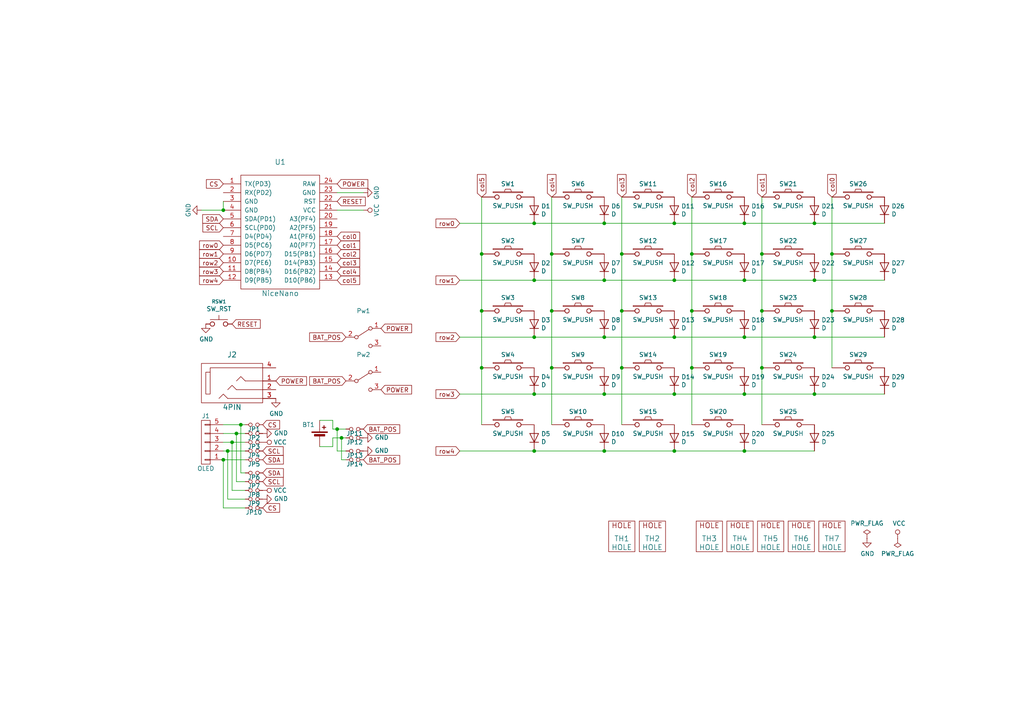
<source format=kicad_sch>
(kicad_sch (version 20230121) (generator eeschema)
  (paper "A4")
  (lib_symbols
    (symbol "Device:Battery_Cell" (pin_numbers hide) (pin_names (offset 0) hide)
      (property "Reference" "BT1" (at -5.08 3.81 0))
      (symbol "Battery_Cell_0_1"
        (rectangle (start -2.286 1.778) (end 2.286 1.524) (fill (type outline)))
        (rectangle (start -1.524 1.016) (end 1.524 0.508) (fill (type outline)))
        (polyline (pts (xy 0 0.762) (xy 0 0)))
        (polyline (pts (xy 0 1.778) (xy 0 2.54)))
        (polyline (pts (xy 0.762 3.048) (xy 1.778 3.048)) (stroke (width 0.254)))
        (polyline (pts (xy 1.27 3.556) (xy 1.27 2.54)) (stroke (width 0.254)))
      )
      (symbol "Battery_Cell_1_1"
        (pin passive line (at 0 -2.54 90) (length 2.54) (name "-") (number "1"))
        (pin passive line (at 0 5.08 270) (length 2.54) (name "+") (number "2"))
      )
    )
    (symbol "Lily58-cache:Device{colon}Jumper_NO_Small" (pin_numbers hide) (pin_names (offset 0.762) hide)
      (property "Reference" "JP" (at 0 2.032 0))
      (property "Value" "Device:Jumper_NO_Small" (at 0.254 -1.524 0))
      (symbol "Device{colon}Jumper_NO_Small_0_1"
        (circle (center -1.016 0) (radius 0.508))
        (circle (center 1.016 0) (radius 0.508))
        (pin passive line (at -2.54 0 0) (length 1.016) (name "1") (number "1"))
        (pin passive line (at 2.54 0 180) (length 1.016) (name "2") (number "2"))
      )
    )
    (symbol "Lily58-cache:Lily58-cache{colon}ProMicro_2" (pin_names (offset 1.016))
      (property "Reference" "U" (at 0 17.78 0))
      (property "Value" "Lily58-cache:ProMicro_2" (at 0 -17.78 0))
      (symbol "Lily58-cache{colon}ProMicro_2_0_1"
        (rectangle (start -11.43 16.51) (end 11.43 -16.51))
      )
      (symbol "Lily58-cache{colon}ProMicro_2_1_1"
        (pin input line (at -16.51 13.97 0) (length 5.08) (name "TX(PD3)") (number "1"))
        (pin input line (at -16.51 -8.89 0) (length 5.08) (name "D7(PE6)") (number "10"))
        (pin input line (at -16.51 -11.43 0) (length 5.08) (name "D8(PB4)") (number "11"))
        (pin input line (at -16.51 -13.97 0) (length 5.08) (name "D9(PB5)") (number "12"))
        (pin input line (at 16.51 -13.97 180) (length 5.08) (name "D10(PB6)") (number "13"))
        (pin input line (at 16.51 -11.43 180) (length 5.08) (name "D16(PB2)") (number "14"))
        (pin input line (at 16.51 -8.89 180) (length 5.08) (name "D14(PB3)") (number "15"))
        (pin input line (at 16.51 -6.35 180) (length 5.08) (name "D15(PB1)") (number "16"))
        (pin input line (at 16.51 -3.81 180) (length 5.08) (name "A0(PF7)") (number "17"))
        (pin input line (at 16.51 -1.27 180) (length 5.08) (name "A1(PF6)") (number "18"))
        (pin input line (at 16.51 1.27 180) (length 5.08) (name "A2(PF5)") (number "19"))
        (pin input line (at -16.51 11.43 0) (length 5.08) (name "RX(PD2)") (number "2"))
        (pin input line (at 16.51 3.81 180) (length 5.08) (name "A3(PF4)") (number "20"))
        (pin input line (at 16.51 6.35 180) (length 5.08) (name "VCC") (number "21"))
        (pin input line (at 16.51 8.89 180) (length 5.08) (name "RST") (number "22"))
        (pin input line (at 16.51 11.43 180) (length 5.08) (name "GND") (number "23"))
        (pin input line (at 16.51 13.97 180) (length 5.08) (name "RAW") (number "24"))
        (pin input line (at -16.51 8.89 0) (length 5.08) (name "GND") (number "3"))
        (pin input line (at -16.51 6.35 0) (length 5.08) (name "GND") (number "4"))
        (pin input line (at -16.51 3.81 0) (length 5.08) (name "SDA(PD1)") (number "5"))
        (pin input line (at -16.51 1.27 0) (length 5.08) (name "SCL(PD0)") (number "6"))
        (pin input line (at -16.51 -1.27 0) (length 5.08) (name "D4(PD4)") (number "7"))
        (pin input line (at -16.51 -3.81 0) (length 5.08) (name "D5(PC6)") (number "8"))
        (pin input line (at -16.51 -6.35 0) (length 5.08) (name "D6(PD7)") (number "9"))
      )
    )
    (symbol "Lily58_Pro-rescue:D-Lily58-cache" (pin_numbers hide) (pin_names (offset 1.016) hide)
      (property "Reference" "D" (at 0 2.54 0))
      (property "Value" "Lily58-cache:D" (at 0 -2.54 0))
      (symbol "D-Lily58-cache_0_1"
        (polyline (pts (xy -1.27 1.27) (xy -1.27 -1.27)) (stroke (width 0.2032)))
        (polyline (pts (xy 1.27 0) (xy -1.27 0)))
        (polyline (pts (xy 1.27 1.27) (xy 1.27 -1.27) (xy -1.27 0) (xy 1.27 1.27)) (stroke (width 0.2032)))
      )
      (symbol "D-Lily58-cache_1_1"
        (pin passive line (at -3.81 0 0) (length 2.54) (name "K") (number "1"))
        (pin passive line (at 3.81 0 180) (length 2.54) (name "A") (number "2"))
      )
    )
    (symbol "Lily58_Pro-rescue:GND-Lily58-cache" (power) (pin_names (offset 0))
      (property "Value" "GND-Lily58-cache" (at 0 -3.81 0))
      (symbol "GND-Lily58-cache_1_1"
        (polyline (pts (xy 0 0) (xy 0 -1.27) (xy 1.27 -1.27) (xy 0 -2.54) (xy -1.27 -1.27) (xy 0 -1.27)))
        (pin power_in line (at 0 0 0) (length 0) hide (name "GND") (number "1"))
      )
    )
    (symbol "Lily58_Pro-rescue:HOLE-Lily58-cache" (pin_names (offset 1.016))
      (property "Reference" "U" (at 0 0 0))
      (property "Value" "Lily58-cache:HOLE" (at 0 -5.08 0))
      (symbol "HOLE-Lily58-cache_0_0"
        (text "HOLE" (at 0 3.81 0) (effects (font (size 1.524 1.524))))
      )
      (symbol "HOLE-Lily58-cache_0_1"
        (rectangle (start 3.81 5.08) (end -3.81 -3.81))
      )
    )
    (symbol "Lily58_Pro-rescue:Jumper_NO_Small-Device" (pin_numbers hide) (pin_names (offset 0.762) hide)
      (property "Reference" "JP" (at 0 2.032 0))
      (property "Value" "Device:Jumper_NO_Small" (at 0.254 -1.524 0))
      (symbol "Jumper_NO_Small-Device_0_1"
        (circle (center -1.016 0) (radius 0.508))
        (circle (center 1.016 0) (radius 0.508))
        (pin passive line (at -2.54 0 0) (length 1.016) (name "1") (number "1"))
        (pin passive line (at 2.54 0 180) (length 1.016) (name "2") (number "2"))
      )
    )
    (symbol "Lily58_Pro-rescue:MJ-4PP-9-Lily58-cache" (pin_names (offset 1.016))
      (property "Reference" "J" (at -8.89 -7.62 0))
      (property "Value" "Lily58-cache:MJ-4PP-9" (at -3.81 6.35 0))
      (symbol "MJ-4PP-9-Lily58-cache_0_1"
        (rectangle (start -7.62 2.54) (end -8.89 -3.81))
        (polyline (pts (xy 2.54 0) (xy 7.62 0)))
        (polyline (pts (xy -2.54 -5.08) (xy 7.62 -5.08) (xy 7.62 -5.08)))
        (polyline (pts (xy 0 -2.54) (xy -1.27 -1.27) (xy -2.54 -2.54)))
        (polyline (pts (xy 0 0) (xy 1.27 1.27) (xy 2.54 0)))
        (polyline (pts (xy 7.62 3.81) (xy -7.62 3.81) (xy -7.62 2.54)))
        (polyline (pts (xy -2.54 -5.08) (xy -3.81 -3.81) (xy -5.08 -5.08) (xy -5.08 -5.08)))
        (polyline (pts (xy 0 -2.54) (xy 7.62 -2.54) (xy 7.62 -2.54) (xy 7.62 -2.54)))
        (rectangle (start 7.62 -6.35) (end -10.16 5.08))
      )
      (symbol "MJ-4PP-9-Lily58-cache_1_1"
        (pin passive line (at 11.43 0 180) (length 3.81) (name "~") (number "1"))
        (pin passive line (at 11.43 -2.54 180) (length 3.81) (name "~") (number "2"))
        (pin passive line (at 11.43 -5.08 180) (length 3.81) (name "~") (number "3"))
        (pin passive line (at 11.43 3.81 180) (length 3.81) (name "~") (number "4"))
      )
    )
    (symbol "Lily58_Pro-rescue:OLED-Lily58-cache" (pin_names (offset 1.016) hide)
      (property "Reference" "J3" (at 0 -8.89 0))
      (property "Value" "OLED" (at 0 6.35 0))
      (symbol "OLED-Lily58-cache_0_1"
        (rectangle (start -1.27 -6.223) (end 0.254 -6.477))
        (rectangle (start -1.27 -3.683) (end 0.254 -3.937))
        (rectangle (start -1.27 -1.143) (end 0.254 -1.397))
        (rectangle (start -1.27 1.397) (end 0.254 1.143))
        (rectangle (start -1.27 3.937) (end 0.254 3.683))
        (rectangle (start -1.27 5.08) (end 1.27 -7.62))
      )
      (symbol "OLED-Lily58-cache_1_1"
        (pin passive line (at -5.08 3.81 0) (length 3.81) (name "P1") (number "1"))
        (pin passive line (at -5.08 1.27 0) (length 3.81) (name "P2") (number "2"))
        (pin passive line (at -5.08 -1.27 0) (length 3.81) (name "P3") (number "3"))
        (pin passive line (at -5.08 -3.81 0) (length 3.81) (name "P4") (number "4"))
        (pin passive line (at -5.08 -6.35 0) (length 3.81) (name "P5") (number "5"))
      )
    )
    (symbol "Lily58_Pro-rescue:PWR_FLAG-Lily58-cache" (power) (pin_numbers hide) (pin_names (offset 0) hide)
      (property "Value" "PWR_FLAG-Lily58-cache" (at 0 3.81 0))
      (symbol "PWR_FLAG-Lily58-cache_0_0"
        (pin power_out line (at 0 0 90) (length 0) (name "pwr") (number "1"))
      )
      (symbol "PWR_FLAG-Lily58-cache_0_1"
        (polyline (pts (xy 0 0) (xy 0 1.27) (xy -1.016 1.905) (xy 0 2.54) (xy 1.016 1.905) (xy 0 1.27)))
      )
    )
    (symbol "Lily58_Pro-rescue:SW_PUSH-Lily58-cache" (pin_numbers hide) (pin_names (offset 1.016) hide)
      (property "Reference" "SW" (at 3.81 2.794 0))
      (property "Value" "Lily58-cache:SW_PUSH" (at 0 -2.032 0))
      (symbol "SW_PUSH-Lily58-cache_0_1"
        (rectangle (start -4.318 1.27) (end 4.318 1.524))
        (polyline (pts (xy -1.016 1.524) (xy -0.762 2.286) (xy 0.762 2.286) (xy 1.016 1.524)))
        (pin passive inverted (at -7.62 0 0) (length 5.08) (name "1") (number "1"))
        (pin passive inverted (at 7.62 0 180) (length 5.08) (name "2") (number "2"))
      )
    )
    (symbol "Lily58_Pro-rescue:SW_RST-Lily58-cache" (pin_numbers hide) (pin_names (offset 1.016) hide)
      (property "Reference" "RSW" (at 2.54 2.54 0))
      (property "Value" "Lily58-cache:SW_RST" (at 0 -2.54 0))
      (symbol "SW_RST-Lily58-cache_0_1"
        (polyline (pts (xy -2.54 1.27) (xy 2.54 1.27)))
        (polyline (pts (xy 0 2.54) (xy 0 1.27)))
        (pin passive inverted (at -3.81 0 0) (length 2.54) (name "1") (number "1"))
        (pin passive inverted (at 3.81 0 180) (length 2.54) (name "2") (number "2"))
      )
    )
    (symbol "Lily58_Pro-rescue:VCC-Lily58-cache" (power) (pin_names (offset 0))
      (property "Value" "VCC-Lily58-cache" (at 0 3.81 0))
      (symbol "VCC-Lily58-cache_0_1"
        (polyline (pts (xy 0 0) (xy 0 1.27)))
        (circle (center 0 1.905) (radius 0.635))
      )
      (symbol "VCC-Lily58-cache_1_1"
        (pin power_in line (at 0 0 90) (length 0) hide (name "VCC") (number "1"))
      )
    )
    (symbol "Switch:SW_SPDT" (pin_names (offset 0) hide)
      (property "Reference" "SW" (at 0 4.318 0))
      (property "Value" "SW_SPDT" (at 0 -5.08 0))
      (symbol "SW_SPDT_0_0"
        (circle (center -2.032 0) (radius 0.508))
        (circle (center 2.032 -2.54) (radius 0.508))
      )
      (symbol "SW_SPDT_0_1"
        (polyline (pts (xy -1.524 0.254) (xy 1.651 2.286)))
        (circle (center 2.032 2.54) (radius 0.508))
      )
      (symbol "SW_SPDT_1_1"
        (pin passive line (at 5.08 2.54 180) (length 2.54) (name "A") (number "1"))
        (pin passive line (at -5.08 0 0) (length 2.54) (name "B") (number "2"))
        (pin passive line (at 5.08 -2.54 180) (length 2.54) (name "C") (number "3"))
      )
    )
    (symbol "power:GND" (power) (pin_names (offset 0))
      (property "Value" "GND" (at 0 -3.81 0))
      (symbol "GND_0_1"
        (polyline (pts (xy 0 0) (xy 0 -1.27) (xy 1.27 -1.27) (xy 0 -2.54) (xy -1.27 -1.27) (xy 0 -1.27)))
      )
      (symbol "GND_1_1"
        (pin power_in line (at 0 0 270) (length 0) hide (name "GND") (number "1"))
      )
    )
  )
  (junction (at 154.94 64.77))
  (junction (at 154.94 81.28))
  (junction (at 241.3 73.66))
  (junction (at 215.9 130.81))
  (junction (at 154.94 130.81))
  (junction (at 67.31 128.27))
  (junction (at 160.02 73.66))
  (junction (at 180.34 106.68))
  (junction (at 139.7 90.17))
  (junction (at 236.22 64.77))
  (junction (at 215.9 81.28))
  (junction (at 195.58 81.28))
  (junction (at 175.26 97.79))
  (junction (at 175.26 81.28))
  (junction (at 215.9 64.77))
  (junction (at 180.34 73.66))
  (junction (at 139.7 106.68))
  (junction (at 241.3 90.17))
  (junction (at 154.94 97.79))
  (junction (at 69.85 123.19))
  (junction (at 236.22 81.28))
  (junction (at 175.26 114.3))
  (junction (at 236.22 114.3))
  (junction (at 68.58 125.73))
  (junction (at 160.02 106.68))
  (junction (at 66.04 130.81))
  (junction (at 195.58 130.81))
  (junction (at 220.98 90.17))
  (junction (at 160.02 90.17))
  (junction (at 195.58 114.3))
  (junction (at 139.7 73.66))
  (junction (at 220.98 106.68))
  (junction (at 200.66 90.17))
  (junction (at 175.26 64.77))
  (junction (at 97.79 124.46))
  (junction (at 64.77 133.35))
  (junction (at 220.98 73.66))
  (junction (at 195.58 97.79))
  (junction (at 99.06 127))
  (junction (at 200.66 106.68))
  (junction (at 200.66 73.66))
  (junction (at 195.58 64.77))
  (junction (at 154.94 114.3))
  (junction (at 236.22 97.79))
  (junction (at 215.9 97.79))
  (junction (at 175.26 130.81))
  (junction (at 180.34 90.17))
  (junction (at 215.9 114.3))
  (junction (at 64.77 60.96))
  (wire (pts (xy 67.31 142.24) (xy 71.12 142.24)))
  (wire (pts (xy 220.98 73.66) (xy 220.98 90.17)))
  (wire (pts (xy 96.52 124.46) (xy 97.79 124.46)))
  (wire (pts (xy 68.58 125.73) (xy 68.58 139.7)))
  (wire (pts (xy 64.77 123.19) (xy 69.85 123.19)))
  (wire (pts (xy 180.34 90.17) (xy 180.34 106.68)))
  (wire (pts (xy 236.22 81.28) (xy 256.54 81.28)))
  (wire (pts (xy 175.26 81.28) (xy 154.94 81.28)))
  (wire (pts (xy 68.58 139.7) (xy 71.12 139.7)))
  (wire (pts (xy 175.26 97.79) (xy 154.94 97.79)))
  (wire (pts (xy 180.34 73.66) (xy 180.34 90.17)))
  (wire (pts (xy 68.58 125.73) (xy 71.12 125.73)))
  (wire (pts (xy 160.02 106.68) (xy 160.02 123.19)))
  (wire (pts (xy 64.77 60.96) (xy 58.42 60.96)))
  (wire (pts (xy 175.26 64.77) (xy 154.94 64.77)))
  (wire (pts (xy 97.79 60.96) (xy 105.41 60.96)))
  (wire (pts (xy 175.26 81.28) (xy 195.58 81.28)))
  (wire (pts (xy 139.7 90.17) (xy 139.7 106.68)))
  (wire (pts (xy 96.52 121.92) (xy 92.71 121.92)))
  (wire (pts (xy 66.04 130.81) (xy 66.04 144.78)))
  (wire (pts (xy 139.7 73.66) (xy 139.7 90.17)))
  (wire (pts (xy 215.9 130.81) (xy 236.22 130.81)))
  (wire (pts (xy 180.34 57.15) (xy 180.34 73.66)))
  (wire (pts (xy 241.3 90.17) (xy 241.3 106.68)))
  (wire (pts (xy 200.66 57.15) (xy 200.66 73.66)))
  (wire (pts (xy 139.7 106.68) (xy 139.7 123.19)))
  (wire (pts (xy 220.98 57.15) (xy 220.98 73.66)))
  (wire (pts (xy 195.58 114.3) (xy 215.9 114.3)))
  (wire (pts (xy 175.26 114.3) (xy 195.58 114.3)))
  (wire (pts (xy 96.52 127) (xy 99.06 127)))
  (wire (pts (xy 215.9 97.79) (xy 236.22 97.79)))
  (wire (pts (xy 133.35 130.81) (xy 154.94 130.81)))
  (wire (pts (xy 200.66 73.66) (xy 200.66 90.17)))
  (wire (pts (xy 236.22 64.77) (xy 215.9 64.77)))
  (wire (pts (xy 69.85 137.16) (xy 69.85 123.19)))
  (wire (pts (xy 97.79 55.88) (xy 105.41 55.88)))
  (wire (pts (xy 241.3 90.17) (xy 241.3 73.66)))
  (wire (pts (xy 71.12 137.16) (xy 69.85 137.16)))
  (wire (pts (xy 97.79 130.81) (xy 97.79 124.46)))
  (wire (pts (xy 64.77 128.27) (xy 67.31 128.27)))
  (wire (pts (xy 160.02 57.15) (xy 160.02 73.66)))
  (wire (pts (xy 195.58 130.81) (xy 215.9 130.81)))
  (wire (pts (xy 220.98 106.68) (xy 220.98 90.17)))
  (wire (pts (xy 67.31 128.27) (xy 67.31 142.24)))
  (wire (pts (xy 160.02 90.17) (xy 160.02 106.68)))
  (wire (pts (xy 96.52 124.46) (xy 96.52 121.92)))
  (wire (pts (xy 64.77 125.73) (xy 68.58 125.73)))
  (wire (pts (xy 139.7 57.15) (xy 139.7 73.66)))
  (wire (pts (xy 195.58 64.77) (xy 215.9 64.77)))
  (wire (pts (xy 195.58 81.28) (xy 215.9 81.28)))
  (wire (pts (xy 66.04 144.78) (xy 71.12 144.78)))
  (wire (pts (xy 154.94 130.81) (xy 175.26 130.81)))
  (wire (pts (xy 96.52 129.54) (xy 96.52 127)))
  (wire (pts (xy 236.22 64.77) (xy 256.54 64.77)))
  (wire (pts (xy 154.94 64.77) (xy 133.35 64.77)))
  (wire (pts (xy 175.26 64.77) (xy 195.58 64.77)))
  (wire (pts (xy 154.94 114.3) (xy 133.35 114.3)))
  (wire (pts (xy 241.3 73.66) (xy 241.3 57.15)))
  (wire (pts (xy 154.94 81.28) (xy 133.35 81.28)))
  (wire (pts (xy 66.04 130.81) (xy 71.12 130.81)))
  (wire (pts (xy 100.33 130.81) (xy 97.79 130.81)))
  (wire (pts (xy 180.34 106.68) (xy 180.34 123.19)))
  (wire (pts (xy 154.94 97.79) (xy 133.35 97.79)))
  (wire (pts (xy 69.85 123.19) (xy 71.12 123.19)))
  (wire (pts (xy 64.77 133.35) (xy 71.12 133.35)))
  (wire (pts (xy 64.77 133.35) (xy 64.77 147.32)))
  (wire (pts (xy 236.22 97.79) (xy 256.54 97.79)))
  (wire (pts (xy 175.26 130.81) (xy 195.58 130.81)))
  (wire (pts (xy 215.9 114.3) (xy 236.22 114.3)))
  (wire (pts (xy 100.33 133.35) (xy 99.06 133.35)))
  (wire (pts (xy 200.66 90.17) (xy 200.66 106.68)))
  (wire (pts (xy 175.26 97.79) (xy 195.58 97.79)))
  (wire (pts (xy 64.77 130.81) (xy 66.04 130.81)))
  (wire (pts (xy 64.77 58.42) (xy 64.77 60.96)))
  (wire (pts (xy 99.06 127) (xy 100.33 127)))
  (wire (pts (xy 215.9 81.28) (xy 236.22 81.28)))
  (wire (pts (xy 97.79 124.46) (xy 100.33 124.46)))
  (wire (pts (xy 236.22 114.3) (xy 256.54 114.3)))
  (wire (pts (xy 220.98 106.68) (xy 220.98 123.19)))
  (wire (pts (xy 92.71 129.54) (xy 96.52 129.54)))
  (wire (pts (xy 64.77 147.32) (xy 71.12 147.32)))
  (wire (pts (xy 200.66 106.68) (xy 200.66 123.19)))
  (wire (pts (xy 195.58 97.79) (xy 215.9 97.79)))
  (wire (pts (xy 160.02 73.66) (xy 160.02 90.17)))
  (wire (pts (xy 67.31 128.27) (xy 71.12 128.27)))
  (wire (pts (xy 175.26 114.3) (xy 154.94 114.3)))
  (wire (pts (xy 99.06 133.35) (xy 99.06 127)))
  (global_label "col2" (shape input) (at 97.79 73.66 0) (property "Intersheetrefs" "${INTERSHEET_REFS}" (effects hide)))
  (global_label "row3" (shape input) (at 64.77 78.74 180) (property "Intersheetrefs" "${INTERSHEET_REFS}" (effects hide)))
  (global_label "CS" (shape input) (at 76.2 123.19 0) (property "Intersheetrefs" "${INTERSHEET_REFS}" (effects hide)))
  (global_label "POWER" (shape input) (at 110.49 95.25 0) (property "Intersheetrefs" "${INTERSHEET_REFS}" (effects hide)))
  (global_label "row1" (shape input) (at 133.35 81.28 180) (property "Intersheetrefs" "${INTERSHEET_REFS}" (effects hide)))
  (global_label "col0" (shape input) (at 97.79 68.58 0) (property "Intersheetrefs" "${INTERSHEET_REFS}" (effects hide)))
  (global_label "RESET" (shape input) (at 67.31 93.98 0) (property "Intersheetrefs" "${INTERSHEET_REFS}" (effects hide)))
  (global_label "CS" (shape input) (at 64.77 53.34 180) (property "Intersheetrefs" "${INTERSHEET_REFS}" (effects hide)))
  (global_label "col1" (shape input) (at 97.79 71.12 0) (property "Intersheetrefs" "${INTERSHEET_REFS}" (effects hide)))
  (global_label "col3" (shape input) (at 180.34 57.15 90) (property "Intersheetrefs" "${INTERSHEET_REFS}" (effects hide)))
  (global_label "BAT_POS" (shape input) (at 100.33 97.79 180) (property "Intersheetrefs" "${INTERSHEET_REFS}" (effects hide)))
  (global_label "col0" (shape input) (at 241.3 57.15 90) (property "Intersheetrefs" "${INTERSHEET_REFS}" (effects hide)))
  (global_label "SCL" (shape input) (at 76.2 130.81 0) (property "Intersheetrefs" "${INTERSHEET_REFS}" (effects hide)))
  (global_label "col3" (shape input) (at 97.79 76.2 0) (property "Intersheetrefs" "${INTERSHEET_REFS}" (effects hide)))
  (global_label "SDA" (shape input) (at 76.2 137.16 0) (property "Intersheetrefs" "${INTERSHEET_REFS}" (effects hide)))
  (global_label "row4" (shape input) (at 133.35 130.81 180) (property "Intersheetrefs" "${INTERSHEET_REFS}" (effects hide)))
  (global_label "row3" (shape input) (at 133.35 114.3 180) (property "Intersheetrefs" "${INTERSHEET_REFS}" (effects hide)))
  (global_label "col2" (shape input) (at 200.66 57.15 90) (property "Intersheetrefs" "${INTERSHEET_REFS}" (effects hide)))
  (global_label "SCL" (shape input) (at 64.77 66.04 180) (property "Intersheetrefs" "${INTERSHEET_REFS}" (effects hide)))
  (global_label "SCL" (shape input) (at 76.2 139.7 0) (property "Intersheetrefs" "${INTERSHEET_REFS}" (effects hide)))
  (global_label "BAT_POS" (shape input) (at 105.41 124.46 0) (property "Intersheetrefs" "${INTERSHEET_REFS}" (effects hide)))
  (global_label "row2" (shape input) (at 133.35 97.79 180) (property "Intersheetrefs" "${INTERSHEET_REFS}" (effects hide)))
  (global_label "row2" (shape input) (at 64.77 76.2 180) (property "Intersheetrefs" "${INTERSHEET_REFS}" (effects hide)))
  (global_label "col5" (shape input) (at 97.79 81.28 0) (property "Intersheetrefs" "${INTERSHEET_REFS}" (effects hide)))
  (global_label "row1" (shape input) (at 64.77 73.66 180) (property "Intersheetrefs" "${INTERSHEET_REFS}" (effects hide)))
  (global_label "SDA" (shape input) (at 64.77 63.5 180) (property "Intersheetrefs" "${INTERSHEET_REFS}" (effects hide)))
  (global_label "col4" (shape input) (at 97.79 78.74 0) (property "Intersheetrefs" "${INTERSHEET_REFS}" (effects hide)))
  (global_label "col4" (shape input) (at 160.02 57.15 90) (property "Intersheetrefs" "${INTERSHEET_REFS}" (effects hide)))
  (global_label "col1" (shape input) (at 220.98 57.15 90) (property "Intersheetrefs" "${INTERSHEET_REFS}" (effects hide)))
  (global_label "POWER" (shape input) (at 80.01 110.49 0) (property "Intersheetrefs" "${INTERSHEET_REFS}" (effects hide)))
  (global_label "SDA" (shape input) (at 76.2 133.35 0) (property "Intersheetrefs" "${INTERSHEET_REFS}" (effects hide)))
  (global_label "row0" (shape input) (at 64.77 71.12 180) (property "Intersheetrefs" "${INTERSHEET_REFS}" (effects hide)))
  (global_label "BAT_POS" (shape input) (at 105.41 133.35 0) (property "Intersheetrefs" "${INTERSHEET_REFS}" (effects hide)))
  (global_label "POWER" (shape input) (at 110.49 113.03 0) (property "Intersheetrefs" "${INTERSHEET_REFS}" (effects hide)))
  (global_label "col5" (shape input) (at 139.7 57.15 90) (property "Intersheetrefs" "${INTERSHEET_REFS}" (effects hide)))
  (global_label "row4" (shape input) (at 64.77 81.28 180) (property "Intersheetrefs" "${INTERSHEET_REFS}" (effects hide)))
  (global_label "BAT_POS" (shape input) (at 100.33 110.49 180) (property "Intersheetrefs" "${INTERSHEET_REFS}" (effects hide)))
  (global_label "POWER" (shape input) (at 97.79 53.34 0) (property "Intersheetrefs" "${INTERSHEET_REFS}" (effects hide)))
  (global_label "RESET" (shape input) (at 97.79 58.42 0) (property "Intersheetrefs" "${INTERSHEET_REFS}" (effects hide)))
  (global_label "CS" (shape input) (at 76.2 147.32 0) (property "Intersheetrefs" "${INTERSHEET_REFS}" (effects hide)))
  (global_label "row0" (shape input) (at 133.35 64.77 180) (property "Intersheetrefs" "${INTERSHEET_REFS}" (effects hide)))
  (symbol (lib_id "Lily58-cache:Lily58-cache{colon}ProMicro_2") (at 81.28 67.31 0) (unit 1)
    (property "Reference" "U1" (at 81.28 46.99 0) (effects (font (size 1.524 1.524))))
    (property "Value" "NiceNano" (at 81.28 85.09 0) (effects (font (size 1.524 1.524))))
    (property "Footprint" "Lily58-footprint:ProMicro_rev2" (effects hide))
  )
  (symbol (lib_id "Lily58_Pro-rescue:SW_PUSH-Lily58-cache") (at 147.32 123.19 0) (unit 1)
    (property "Reference" "SW5" (at 147.32 119.38 0))
    (property "Value" "SW_PUSH" (at 147.32 125.73 0))
    (property "Footprint" "Lily58-footprint:MX_Choc_Hotswap" (effects hide))
  )
  (symbol (lib_id "Lily58_Pro-rescue:SW_PUSH-Lily58-cache") (at 167.64 123.19 0) (unit 1)
    (property "Reference" "SW10" (at 167.64 119.38 0))
    (property "Value" "SW_PUSH" (at 167.64 125.73 0))
    (property "Footprint" "Lily58-footprint:MX_Choc_Hotswap" (effects hide))
  )
  (symbol (lib_id "Lily58_Pro-rescue:SW_PUSH-Lily58-cache") (at 147.32 57.15 0) (unit 1)
    (property "Reference" "SW1" (at 147.32 53.34 0))
    (property "Value" "SW_PUSH" (at 147.32 59.69 0))
    (property "Footprint" "Lily58-footprint:MX_Choc_Hotswap" (effects hide))
  )
  (symbol (lib_id "Lily58_Pro-rescue:D-Lily58-cache") (at 154.94 60.96 90) (unit 1)
    (property "Reference" "D1" (at 156.9466 59.7916 90) (effects (justify right)))
    (property "Value" "D" (at 156.9466 62.103 90) (effects (justify right)))
    (property "Footprint" "Lily58-footprint:Diode_SOD123" (effects hide))
  )
  (symbol (lib_id "Lily58_Pro-rescue:SW_PUSH-Lily58-cache") (at 167.64 57.15 0) (unit 1)
    (property "Reference" "SW6" (at 167.64 53.34 0))
    (property "Value" "SW_PUSH" (at 167.64 59.69 0))
    (property "Footprint" "Lily58-footprint:MX_Choc_Hotswap" (effects hide))
  )
  (symbol (lib_id "Lily58_Pro-rescue:D-Lily58-cache") (at 175.26 60.96 90) (unit 1)
    (property "Reference" "D6" (at 177.2666 59.7916 90) (effects (justify right)))
    (property "Value" "D" (at 177.2666 62.103 90) (effects (justify right)))
    (property "Footprint" "Lily58-footprint:Diode_SOD123" (effects hide))
  )
  (symbol (lib_id "Lily58_Pro-rescue:SW_PUSH-Lily58-cache") (at 187.96 57.15 0) (unit 1)
    (property "Reference" "SW11" (at 187.96 53.34 0))
    (property "Value" "SW_PUSH" (at 187.96 59.69 0))
    (property "Footprint" "Lily58-footprint:MX_Choc_Hotswap" (effects hide))
  )
  (symbol (lib_id "Lily58_Pro-rescue:D-Lily58-cache") (at 195.58 60.96 90) (unit 1)
    (property "Reference" "D11" (at 197.5866 59.7916 90) (effects (justify right)))
    (property "Value" "D" (at 197.5866 62.103 90) (effects (justify right)))
    (property "Footprint" "Lily58-footprint:Diode_SOD123" (effects hide))
  )
  (symbol (lib_id "Lily58_Pro-rescue:SW_PUSH-Lily58-cache") (at 208.28 57.15 0) (unit 1)
    (property "Reference" "SW16" (at 208.28 53.34 0))
    (property "Value" "SW_PUSH" (at 208.28 59.69 0))
    (property "Footprint" "Lily58-footprint:MX_Choc_Hotswap" (effects hide))
  )
  (symbol (lib_id "Lily58_Pro-rescue:D-Lily58-cache") (at 215.9 60.96 90) (unit 1)
    (property "Reference" "D16" (at 217.9066 59.7916 90) (effects (justify right)))
    (property "Value" "D" (at 217.9066 62.103 90) (effects (justify right)))
    (property "Footprint" "Lily58-footprint:Diode_SOD123" (effects hide))
  )
  (symbol (lib_id "Lily58_Pro-rescue:SW_PUSH-Lily58-cache") (at 228.6 57.15 0) (unit 1)
    (property "Reference" "SW21" (at 228.6 53.34 0))
    (property "Value" "SW_PUSH" (at 228.6 59.69 0))
    (property "Footprint" "Lily58-footprint:MX_Choc_Hotswap" (effects hide))
  )
  (symbol (lib_id "Lily58_Pro-rescue:D-Lily58-cache") (at 236.22 60.96 90) (unit 1)
    (property "Reference" "D21" (at 238.2266 59.7916 90) (effects (justify right)))
    (property "Value" "D" (at 238.2266 62.103 90) (effects (justify right)))
    (property "Footprint" "Lily58-footprint:Diode_SOD123" (effects hide))
  )
  (symbol (lib_id "Lily58_Pro-rescue:SW_PUSH-Lily58-cache") (at 248.92 57.15 0) (unit 1)
    (property "Reference" "SW26" (at 248.92 53.34 0))
    (property "Value" "SW_PUSH" (at 248.92 59.69 0))
    (property "Footprint" "Lily58-footprint:MX_Choc_Hotswap" (effects hide))
  )
  (symbol (lib_id "Lily58_Pro-rescue:D-Lily58-cache") (at 256.54 60.96 90) (unit 1)
    (property "Reference" "D26" (at 258.5466 59.7916 90) (effects (justify right)))
    (property "Value" "D" (at 258.5466 62.103 90) (effects (justify right)))
    (property "Footprint" "Lily58-footprint:Diode_SOD123" (effects hide))
  )
  (symbol (lib_id "Lily58_Pro-rescue:SW_PUSH-Lily58-cache") (at 167.64 73.66 0) (unit 1)
    (property "Reference" "SW7" (at 167.64 69.85 0))
    (property "Value" "SW_PUSH" (at 167.64 76.2 0))
    (property "Footprint" "Lily58-footprint:MX_Choc_Hotswap" (effects hide))
  )
  (symbol (lib_id "Lily58_Pro-rescue:SW_PUSH-Lily58-cache") (at 187.96 73.66 0) (unit 1)
    (property "Reference" "SW12" (at 187.96 69.85 0))
    (property "Value" "SW_PUSH" (at 187.96 76.2 0))
    (property "Footprint" "Lily58-footprint:MX_Choc_Hotswap" (effects hide))
  )
  (symbol (lib_id "Lily58_Pro-rescue:SW_PUSH-Lily58-cache") (at 208.28 73.66 0) (unit 1)
    (property "Reference" "SW17" (at 208.28 69.85 0))
    (property "Value" "SW_PUSH" (at 208.28 76.2 0))
    (property "Footprint" "Lily58-footprint:MX_Choc_Hotswap" (effects hide))
  )
  (symbol (lib_id "Lily58_Pro-rescue:SW_PUSH-Lily58-cache") (at 228.6 73.66 0) (unit 1)
    (property "Reference" "SW22" (at 228.6 69.85 0))
    (property "Value" "SW_PUSH" (at 228.6 76.2 0))
    (property "Footprint" "Lily58-footprint:MX_Choc_Hotswap" (effects hide))
  )
  (symbol (lib_id "Lily58_Pro-rescue:SW_PUSH-Lily58-cache") (at 248.92 73.66 0) (unit 1)
    (property "Reference" "SW27" (at 248.92 69.85 0))
    (property "Value" "SW_PUSH" (at 248.92 76.2 0))
    (property "Footprint" "Lily58-footprint:MX_Choc_Hotswap" (effects hide))
  )
  (symbol (lib_id "Lily58_Pro-rescue:SW_PUSH-Lily58-cache") (at 147.32 73.66 0) (unit 1)
    (property "Reference" "SW2" (at 147.32 69.85 0))
    (property "Value" "SW_PUSH" (at 147.32 76.2 0))
    (property "Footprint" "Lily58-footprint:MX_Choc_Hotswap" (effects hide))
  )
  (symbol (lib_id "Lily58_Pro-rescue:D-Lily58-cache") (at 154.94 77.47 90) (unit 1)
    (property "Reference" "D2" (at 156.9466 76.3016 90) (effects (justify right)))
    (property "Value" "D" (at 156.9466 78.613 90) (effects (justify right)))
    (property "Footprint" "Lily58-footprint:Diode_SOD123" (effects hide))
  )
  (symbol (lib_id "Lily58_Pro-rescue:D-Lily58-cache") (at 175.26 77.47 90) (unit 1)
    (property "Reference" "D7" (at 177.2666 76.3016 90) (effects (justify right)))
    (property "Value" "D" (at 177.2666 78.613 90) (effects (justify right)))
    (property "Footprint" "Lily58-footprint:Diode_SOD123" (effects hide))
  )
  (symbol (lib_id "Lily58_Pro-rescue:D-Lily58-cache") (at 195.58 77.47 90) (unit 1)
    (property "Reference" "D12" (at 197.5866 76.3016 90) (effects (justify right)))
    (property "Value" "D" (at 197.5866 78.613 90) (effects (justify right)))
    (property "Footprint" "Lily58-footprint:Diode_SOD123" (effects hide))
  )
  (symbol (lib_id "Lily58_Pro-rescue:D-Lily58-cache") (at 215.9 77.47 90) (unit 1)
    (property "Reference" "D17" (at 217.9066 76.3016 90) (effects (justify right)))
    (property "Value" "D" (at 217.9066 78.613 90) (effects (justify right)))
    (property "Footprint" "Lily58-footprint:Diode_SOD123" (effects hide))
  )
  (symbol (lib_id "Lily58_Pro-rescue:D-Lily58-cache") (at 236.22 77.47 90) (unit 1)
    (property "Reference" "D22" (at 238.2266 76.3016 90) (effects (justify right)))
    (property "Value" "D" (at 238.2266 78.613 90) (effects (justify right)))
    (property "Footprint" "Lily58-footprint:Diode_SOD123" (effects hide))
  )
  (symbol (lib_id "Lily58_Pro-rescue:D-Lily58-cache") (at 256.54 77.47 90) (unit 1)
    (property "Reference" "D27" (at 258.5466 76.3016 90) (effects (justify right)))
    (property "Value" "D" (at 258.5466 78.613 90) (effects (justify right)))
    (property "Footprint" "Lily58-footprint:Diode_SOD123" (effects hide))
  )
  (symbol (lib_id "Lily58_Pro-rescue:SW_PUSH-Lily58-cache") (at 147.32 90.17 0) (unit 1)
    (property "Reference" "SW3" (at 147.32 86.36 0))
    (property "Value" "SW_PUSH" (at 147.32 92.71 0))
    (property "Footprint" "Lily58-footprint:MX_Choc_Hotswap" (effects hide))
  )
  (symbol (lib_id "Lily58_Pro-rescue:SW_PUSH-Lily58-cache") (at 167.64 90.17 0) (unit 1)
    (property "Reference" "SW8" (at 167.64 86.36 0))
    (property "Value" "SW_PUSH" (at 167.64 92.71 0))
    (property "Footprint" "Lily58-footprint:MX_Choc_Hotswap" (effects hide))
  )
  (symbol (lib_id "Lily58_Pro-rescue:SW_PUSH-Lily58-cache") (at 187.96 90.17 0) (unit 1)
    (property "Reference" "SW13" (at 187.96 86.36 0))
    (property "Value" "SW_PUSH" (at 187.96 92.71 0))
    (property "Footprint" "Lily58-footprint:MX_Choc_Hotswap" (effects hide))
  )
  (symbol (lib_id "Lily58_Pro-rescue:SW_PUSH-Lily58-cache") (at 208.28 90.17 0) (unit 1)
    (property "Reference" "SW18" (at 208.28 86.36 0))
    (property "Value" "SW_PUSH" (at 208.28 92.71 0))
    (property "Footprint" "Lily58-footprint:MX_Choc_Hotswap" (effects hide))
  )
  (symbol (lib_id "Lily58_Pro-rescue:SW_PUSH-Lily58-cache") (at 228.6 90.17 0) (unit 1)
    (property "Reference" "SW23" (at 228.6 86.36 0))
    (property "Value" "SW_PUSH" (at 228.6 92.71 0))
    (property "Footprint" "Lily58-footprint:MX_Choc_Hotswap" (effects hide))
  )
  (symbol (lib_id "Lily58_Pro-rescue:SW_PUSH-Lily58-cache") (at 248.92 90.17 0) (unit 1)
    (property "Reference" "SW28" (at 248.92 86.36 0))
    (property "Value" "SW_PUSH" (at 248.92 92.71 0))
    (property "Footprint" "Lily58-footprint:MX_Choc_Hotswap" (effects hide))
  )
  (symbol (lib_id "Lily58_Pro-rescue:D-Lily58-cache") (at 154.94 93.98 90) (unit 1)
    (property "Reference" "D3" (at 156.9466 92.8116 90) (effects (justify right)))
    (property "Value" "D" (at 156.9466 95.123 90) (effects (justify right)))
    (property "Footprint" "Lily58-footprint:Diode_SOD123" (effects hide))
  )
  (symbol (lib_id "Lily58_Pro-rescue:D-Lily58-cache") (at 175.26 93.98 90) (unit 1)
    (property "Reference" "D8" (at 177.2666 92.8116 90) (effects (justify right)))
    (property "Value" "D" (at 177.2666 95.123 90) (effects (justify right)))
    (property "Footprint" "Lily58-footprint:Diode_SOD123" (effects hide))
  )
  (symbol (lib_id "Lily58_Pro-rescue:D-Lily58-cache") (at 195.58 93.98 90) (unit 1)
    (property "Reference" "D13" (at 197.5866 92.8116 90) (effects (justify right)))
    (property "Value" "D" (at 197.5866 95.123 90) (effects (justify right)))
    (property "Footprint" "Lily58-footprint:Diode_SOD123" (effects hide))
  )
  (symbol (lib_id "Lily58_Pro-rescue:D-Lily58-cache") (at 215.9 93.98 90) (unit 1)
    (property "Reference" "D18" (at 217.9066 92.8116 90) (effects (justify right)))
    (property "Value" "D" (at 217.9066 95.123 90) (effects (justify right)))
    (property "Footprint" "Lily58-footprint:Diode_SOD123" (effects hide))
  )
  (symbol (lib_id "Lily58_Pro-rescue:D-Lily58-cache") (at 236.22 93.98 90) (unit 1)
    (property "Reference" "D23" (at 238.2266 92.8116 90) (effects (justify right)))
    (property "Value" "D" (at 238.2266 95.123 90) (effects (justify right)))
    (property "Footprint" "Lily58-footprint:Diode_SOD123" (effects hide))
  )
  (symbol (lib_id "Lily58_Pro-rescue:D-Lily58-cache") (at 256.54 93.98 90) (unit 1)
    (property "Reference" "D28" (at 258.5466 92.8116 90) (effects (justify right)))
    (property "Value" "D" (at 258.5466 95.123 90) (effects (justify right)))
    (property "Footprint" "Lily58-footprint:Diode_SOD123" (effects hide))
  )
  (symbol (lib_id "Lily58_Pro-rescue:SW_PUSH-Lily58-cache") (at 187.96 106.68 0) (unit 1)
    (property "Reference" "SW14" (at 187.96 102.87 0))
    (property "Value" "SW_PUSH" (at 187.96 109.22 0))
    (property "Footprint" "Lily58-footprint:MX_Choc_Hotswap" (effects hide))
  )
  (symbol (lib_id "Lily58_Pro-rescue:SW_PUSH-Lily58-cache") (at 208.28 106.68 0) (unit 1)
    (property "Reference" "SW19" (at 208.28 102.87 0))
    (property "Value" "SW_PUSH" (at 208.28 109.22 0))
    (property "Footprint" "Lily58-footprint:MX_Choc_Hotswap" (effects hide))
  )
  (symbol (lib_id "Lily58_Pro-rescue:SW_PUSH-Lily58-cache") (at 228.6 106.68 0) (unit 1)
    (property "Reference" "SW24" (at 228.6 102.87 0))
    (property "Value" "SW_PUSH" (at 228.6 109.22 0))
    (property "Footprint" "Lily58-footprint:MX_Choc_Hotswap" (effects hide))
  )
  (symbol (lib_id "Lily58_Pro-rescue:SW_PUSH-Lily58-cache") (at 248.92 106.68 0) (unit 1)
    (property "Reference" "SW29" (at 248.92 102.87 0))
    (property "Value" "SW_PUSH" (at 248.92 109.22 0))
    (property "Footprint" "Lily58-footprint:MX_Choc_Hotswap" (effects hide))
  )
  (symbol (lib_id "Lily58_Pro-rescue:SW_PUSH-Lily58-cache") (at 167.64 106.68 0) (unit 1)
    (property "Reference" "SW9" (at 167.64 102.87 0))
    (property "Value" "SW_PUSH" (at 167.64 109.22 0))
    (property "Footprint" "Lily58-footprint:MX_Choc_Hotswap" (effects hide))
  )
  (symbol (lib_id "Lily58_Pro-rescue:SW_PUSH-Lily58-cache") (at 147.32 106.68 0) (unit 1)
    (property "Reference" "SW4" (at 147.32 102.87 0))
    (property "Value" "SW_PUSH" (at 147.32 109.22 0))
    (property "Footprint" "Lily58-footprint:MX_Choc_Hotswap" (effects hide))
  )
  (symbol (lib_id "Lily58_Pro-rescue:D-Lily58-cache") (at 154.94 110.49 90) (unit 1)
    (property "Reference" "D4" (at 156.9466 109.3216 90) (effects (justify right)))
    (property "Value" "D" (at 156.9466 111.633 90) (effects (justify right)))
    (property "Footprint" "Lily58-footprint:Diode_SOD123" (effects hide))
  )
  (symbol (lib_id "Lily58_Pro-rescue:D-Lily58-cache") (at 175.26 110.49 90) (unit 1)
    (property "Reference" "D9" (at 177.2666 109.3216 90) (effects (justify right)))
    (property "Value" "D" (at 177.2666 111.633 90) (effects (justify right)))
    (property "Footprint" "Lily58-footprint:Diode_SOD123" (effects hide))
  )
  (symbol (lib_id "Lily58_Pro-rescue:D-Lily58-cache") (at 195.58 110.49 90) (unit 1)
    (property "Reference" "D14" (at 197.5866 109.3216 90) (effects (justify right)))
    (property "Value" "D" (at 197.5866 111.633 90) (effects (justify right)))
    (property "Footprint" "Lily58-footprint:Diode_SOD123" (effects hide))
  )
  (symbol (lib_id "Lily58_Pro-rescue:D-Lily58-cache") (at 215.9 110.49 90) (unit 1)
    (property "Reference" "D19" (at 217.9066 109.3216 90) (effects (justify right)))
    (property "Value" "D" (at 217.9066 111.633 90) (effects (justify right)))
    (property "Footprint" "Lily58-footprint:Diode_SOD123" (effects hide))
  )
  (symbol (lib_id "Lily58_Pro-rescue:D-Lily58-cache") (at 236.22 110.49 90) (unit 1)
    (property "Reference" "D24" (at 238.2266 109.3216 90) (effects (justify right)))
    (property "Value" "D" (at 238.2266 111.633 90) (effects (justify right)))
    (property "Footprint" "Lily58-footprint:Diode_SOD123" (effects hide))
  )
  (symbol (lib_id "Lily58_Pro-rescue:D-Lily58-cache") (at 256.54 110.49 90) (unit 1)
    (property "Reference" "D29" (at 258.5466 109.3216 90) (effects (justify right)))
    (property "Value" "D" (at 258.5466 111.633 90) (effects (justify right)))
    (property "Footprint" "Lily58-footprint:Diode_SOD123" (effects hide))
  )
  (symbol (lib_id "Lily58_Pro-rescue:SW_PUSH-Lily58-cache") (at 187.96 123.19 0) (unit 1)
    (property "Reference" "SW15" (at 187.96 119.38 0))
    (property "Value" "SW_PUSH" (at 187.96 125.73 0))
    (property "Footprint" "Lily58-footprint:MX_Choc_Hotswap" (effects hide))
  )
  (symbol (lib_id "Lily58_Pro-rescue:SW_PUSH-Lily58-cache") (at 208.28 123.19 0) (unit 1)
    (property "Reference" "SW20" (at 208.28 119.38 0))
    (property "Value" "SW_PUSH" (at 208.28 125.73 0))
    (property "Footprint" "Lily58-footprint:MX_Choc_Hotswap" (effects hide))
  )
  (symbol (lib_id "Lily58_Pro-rescue:SW_PUSH-Lily58-cache") (at 228.6 123.19 0) (unit 1)
    (property "Reference" "SW25" (at 228.6 119.38 0))
    (property "Value" "SW_PUSH" (at 228.6 125.73 0))
    (property "Footprint" "Lily58-footprint:MX_Choc_Hotswap" (effects hide))
  )
  (symbol (lib_id "Lily58_Pro-rescue:D-Lily58-cache") (at 154.94 127 90) (unit 1)
    (property "Reference" "D5" (at 156.9466 125.8316 90) (effects (justify right)))
    (property "Value" "D" (at 156.9466 128.143 90) (effects (justify right)))
    (property "Footprint" "Lily58-footprint:Diode_SOD123" (effects hide))
  )
  (symbol (lib_id "Lily58_Pro-rescue:D-Lily58-cache") (at 175.26 127 90) (unit 1)
    (property "Reference" "D10" (at 177.2666 125.8316 90) (effects (justify right)))
    (property "Value" "D" (at 177.2666 128.143 90) (effects (justify right)))
    (property "Footprint" "Lily58-footprint:Diode_SOD123" (effects hide))
  )
  (symbol (lib_id "Lily58_Pro-rescue:D-Lily58-cache") (at 195.58 127 90) (unit 1)
    (property "Reference" "D15" (at 197.5866 125.8316 90) (effects (justify right)))
    (property "Value" "D" (at 197.5866 128.143 90) (effects (justify right)))
    (property "Footprint" "Lily58-footprint:Diode_SOD123" (effects hide))
  )
  (symbol (lib_id "Lily58_Pro-rescue:D-Lily58-cache") (at 215.9 127 90) (unit 1)
    (property "Reference" "D20" (at 217.9066 125.8316 90) (effects (justify right)))
    (property "Value" "D" (at 217.9066 128.143 90) (effects (justify right)))
    (property "Footprint" "Lily58-footprint:Diode_SOD123" (effects hide))
  )
  (symbol (lib_id "Lily58_Pro-rescue:D-Lily58-cache") (at 236.22 127 90) (unit 1)
    (property "Reference" "D25" (at 238.2266 125.8316 90) (effects (justify right)))
    (property "Value" "D" (at 238.2266 128.143 90) (effects (justify right)))
    (property "Footprint" "Lily58-footprint:Diode_SOD123" (effects hide))
  )
  (symbol (lib_id "Lily58_Pro-rescue:VCC-Lily58-cache") (at 105.41 60.96 270) (unit 1)
    (property "Reference" "#PWR011" (effects hide))
    (property "Value" "VCC" (at 109.22 60.96 0))
  )
  (symbol (lib_id "Lily58_Pro-rescue:MJ-4PP-9-Lily58-cache") (at 68.58 110.49 0) (unit 1)
    (property "Reference" "J2" (at 67.31 102.87 0) (effects (font (size 1.524 1.524))))
    (property "Value" "4PIN" (at 67.31 118.11 0) (effects (font (size 1.524 1.524))))
    (property "Footprint" "Lily58-footprint:MJ-4PP-9" (effects hide))
  )
  (symbol (lib_id "Lily58_Pro-rescue:GND-Lily58-cache") (at 59.69 93.98 0) (unit 1)
    (property "Reference" "#PWR02" (effects hide))
    (property "Value" "GND" (at 59.817 98.3742 0))
  )
  (symbol (lib_id "Lily58_Pro-rescue:PWR_FLAG-Lily58-cache") (at 251.46 156.21 0) (unit 1)
    (property "Reference" "#FLG01" (effects hide))
    (property "Value" "PWR_FLAG" (at 251.46 151.7904 0))
  )
  (symbol (lib_id "Lily58_Pro-rescue:GND-Lily58-cache") (at 251.46 156.21 0) (unit 1)
    (property "Reference" "#PWR012" (effects hide))
    (property "Value" "GND" (at 251.587 160.6042 0))
  )
  (symbol (lib_id "Lily58_Pro-rescue:VCC-Lily58-cache") (at 260.35 156.21 0) (unit 1)
    (property "Reference" "#PWR013" (effects hide))
    (property "Value" "VCC" (at 260.7818 151.8158 0))
  )
  (symbol (lib_id "Lily58_Pro-rescue:PWR_FLAG-Lily58-cache") (at 260.35 156.21 180) (unit 1)
    (property "Reference" "#FLG02" (effects hide))
    (property "Value" "PWR_FLAG" (at 260.35 160.6042 0))
  )
  (symbol (lib_id "Lily58_Pro-rescue:HOLE-Lily58-cache") (at 180.34 156.21 0) (unit 1)
    (property "Reference" "TH1" (at 180.34 156.21 0) (effects (font (size 1.524 1.524))))
    (property "Value" "HOLE" (at 180.34 158.75 0) (effects (font (size 1.524 1.524))))
    (property "Footprint" "Lily58-footprint:M2_HOLE_PCB" (effects hide))
  )
  (symbol (lib_id "Lily58_Pro-rescue:HOLE-Lily58-cache") (at 189.23 156.21 0) (unit 1)
    (property "Reference" "TH2" (at 189.23 156.21 0) (effects (font (size 1.524 1.524))))
    (property "Value" "HOLE" (at 189.23 158.75 0) (effects (font (size 1.524 1.524))))
    (property "Footprint" "Lily58-footprint:M2_HOLE_PCB" (effects hide))
  )
  (symbol (lib_id "Lily58_Pro-rescue:HOLE-Lily58-cache") (at 214.63 156.21 0) (unit 1)
    (property "Reference" "TH4" (at 214.63 156.21 0) (effects (font (size 1.524 1.524))))
    (property "Value" "HOLE" (at 214.63 158.75 0) (effects (font (size 1.524 1.524))))
    (property "Footprint" "Lily58-footprint:HOLE_M2_TH" (effects hide))
  )
  (symbol (lib_id "Lily58_Pro-rescue:HOLE-Lily58-cache") (at 223.52 156.21 0) (unit 1)
    (property "Reference" "TH5" (at 223.52 156.21 0) (effects (font (size 1.524 1.524))))
    (property "Value" "HOLE" (at 223.52 158.75 0) (effects (font (size 1.524 1.524))))
    (property "Footprint" "Lily58-footprint:HOLE_M2_TH" (effects hide))
  )
  (symbol (lib_id "Lily58_Pro-rescue:HOLE-Lily58-cache") (at 232.41 156.21 0) (unit 1)
    (property "Reference" "TH6" (at 232.41 156.21 0) (effects (font (size 1.524 1.524))))
    (property "Value" "HOLE" (at 232.41 158.75 0) (effects (font (size 1.524 1.524))))
    (property "Footprint" "Lily58-footprint:HOLE_M2_TH" (effects hide))
  )
  (symbol (lib_id "Lily58_Pro-rescue:HOLE-Lily58-cache") (at 241.3 156.21 0) (unit 1)
    (property "Reference" "TH7" (at 241.3 156.21 0) (effects (font (size 1.524 1.524))))
    (property "Value" "HOLE" (at 241.3 158.75 0) (effects (font (size 1.524 1.524))))
    (property "Footprint" "Lily58-footprint:HOLE_M2_TH" (effects hide))
  )
  (symbol (lib_id "Lily58_Pro-rescue:HOLE-Lily58-cache") (at 205.74 156.21 0) (unit 1)
    (property "Reference" "TH3" (at 205.74 156.21 0) (effects (font (size 1.524 1.524))))
    (property "Value" "HOLE" (at 205.74 158.75 0) (effects (font (size 1.524 1.524))))
    (property "Footprint" "Lily58-footprint:HOLE_M2_TH" (effects hide))
  )
  (symbol (lib_id "Lily58_Pro-rescue:GND-Lily58-cache") (at 105.41 55.88 90) (unit 1)
    (property "Reference" "#PWR010" (effects hide))
    (property "Value" "GND" (at 109.22 55.88 0))
  )
  (symbol (lib_id "Lily58_Pro-rescue:GND-Lily58-cache") (at 58.42 60.96 270) (unit 1)
    (property "Reference" "#PWR01" (effects hide))
    (property "Value" "GND" (at 54.61 60.96 0))
  )
  (symbol (lib_id "Lily58_Pro-rescue:SW_RST-Lily58-cache") (at 63.5 93.98 0) (unit 1)
    (property "Reference" "RSW1" (at 63.5 87.4776 0) (effects (font (size 1.016 1.016))))
    (property "Value" "SW_RST" (at 63.5 89.5858 0))
    (property "Footprint" "Lily58-footprint:TACT_SWITCH_TVBP06" (effects hide))
  )
  (symbol (lib_id "Lily58_Pro-rescue:OLED-Lily58-cache") (at 59.69 129.54 180) (unit 1)
    (property "Reference" "J1" (at 59.69 120.65 0))
    (property "Value" "OLED" (at 59.69 135.89 0))
    (property "Footprint" "Lily58-footprint:OLED_4Pin" (effects hide))
  )
  (symbol (lib_id "Lily58_Pro-rescue:Jumper_NO_Small-Device") (at 73.66 125.73 0) (unit 1)
    (property "Reference" "JP2" (at 73.66 127 0))
    (property "Value" "Jumper_NO_Small" (effects hide))
    (property "Footprint" "Lily58-footprint:Jumper" (effects hide))
  )
  (symbol (lib_id "Lily58_Pro-rescue:Jumper_NO_Small-Device") (at 73.66 128.27 0) (unit 1)
    (property "Reference" "JP3" (at 73.66 129.54 0))
    (property "Value" "Jumper_NO_Small" (effects hide))
    (property "Footprint" "Lily58-footprint:Jumper" (effects hide))
  )
  (symbol (lib_id "Lily58_Pro-rescue:Jumper_NO_Small-Device") (at 73.66 130.81 0) (unit 1)
    (property "Reference" "JP4" (at 73.66 132.08 0))
    (property "Value" "Jumper_NO_Small" (effects hide))
    (property "Footprint" "Lily58-footprint:Jumper" (effects hide))
  )
  (symbol (lib_id "Lily58_Pro-rescue:Jumper_NO_Small-Device") (at 73.66 133.35 0) (unit 1)
    (property "Reference" "JP5" (at 73.66 134.62 0))
    (property "Value" "Jumper_NO_Small" (effects hide))
    (property "Footprint" "Lily58-footprint:Jumper" (effects hide))
  )
  (symbol (lib_id "Lily58_Pro-rescue:Jumper_NO_Small-Device") (at 73.66 139.7 0) (unit 1)
    (property "Reference" "JP7" (at 73.66 140.97 0))
    (property "Value" "Jumper_NO_Small" (effects hide))
    (property "Footprint" "Lily58-footprint:Jumper" (effects hide))
  )
  (symbol (lib_id "Lily58_Pro-rescue:Jumper_NO_Small-Device") (at 73.66 142.24 0) (unit 1)
    (property "Reference" "JP8" (at 73.66 143.51 0))
    (property "Value" "Jumper_NO_Small" (effects hide))
    (property "Footprint" "Lily58-footprint:Jumper" (effects hide))
  )
  (symbol (lib_id "Lily58_Pro-rescue:Jumper_NO_Small-Device") (at 73.66 144.78 0) (unit 1)
    (property "Reference" "JP9" (at 73.66 146.05 0))
    (property "Value" "Jumper_NO_Small" (effects hide))
    (property "Footprint" "Lily58-footprint:Jumper" (effects hide))
  )
  (symbol (lib_id "Lily58_Pro-rescue:Jumper_NO_Small-Device") (at 73.66 147.32 0) (unit 1)
    (property "Reference" "JP10" (at 73.66 148.59 0))
    (property "Value" "Jumper_NO_Small" (effects hide))
    (property "Footprint" "Lily58-footprint:Jumper" (effects hide))
  )
  (symbol (lib_id "power:GND") (at 76.2 125.73 90) (unit 1)
    (property "Reference" "#PWR03" (effects hide))
    (property "Value" "GND" (at 79.4512 125.603 90) (effects (justify right)))
  )
  (symbol (lib_id "Switch:SW_SPDT") (at 105.41 110.49 0) (unit 1)
    (property "Reference" "Pw2" (at 105.41 102.87 0))
    (property "Value" "SW_SPDT" (effects hide))
    (property "Footprint" "open-project:SWITCH_ALPS_SSSS8" (effects hide))
  )
  (symbol (lib_id "Lily58_Pro-rescue:Jumper_NO_Small-Device") (at 102.87 127 0) (unit 1)
    (property "Reference" "JP12" (at 102.87 128.27 0))
    (property "Value" "Device:Jumper_NO_Small" (effects hide))
    (property "Footprint" "Lily58-footprint:Jumper" (effects hide))
  )
  (symbol (lib_id "Lily58_Pro-rescue:Jumper_NO_Small-Device") (at 102.87 130.81 0) (unit 1)
    (property "Reference" "JP13" (at 102.87 132.08 0))
    (property "Value" "Device:Jumper_NO_Small" (effects hide))
    (property "Footprint" "Lily58-footprint:Jumper" (effects hide))
  )
  (symbol (lib_id "Switch:SW_SPDT") (at 105.41 97.79 0) (unit 1)
    (property "Reference" "Pw1" (at 105.41 90.17 0))
    (property "Value" "SW_SPDT" (effects hide))
    (property "Footprint" "open-project:SWITCH_ALPS_SSSS8" (effects hide))
  )
  (symbol (lib_id "power:GND") (at 80.01 115.57 0) (unit 1)
    (property "Reference" "#PWR07" (effects hide))
    (property "Value" "GND" (at 80.137 119.9642 0))
  )
  (symbol (lib_id "Lily58_Pro-rescue:Jumper_NO_Small-Device") (at 102.87 133.35 0) (unit 1)
    (property "Reference" "JP14" (at 102.87 134.62 0))
    (property "Value" "Device:Jumper_NO_Small" (effects hide))
    (property "Footprint" "Lily58-footprint:Jumper" (effects hide))
  )
  (symbol (lib_id "Lily58-cache:Device{colon}Jumper_NO_Small") (at 73.66 123.19 0) (unit 1)
    (property "Reference" "JP1" (at 73.66 124.46 0))
    (property "Value" "Jumper_NO_Small" (effects hide))
    (property "Footprint" "Lily58-footprint:Jumper" (effects hide))
  )
  (symbol (lib_id "Lily58-cache:Device{colon}Jumper_NO_Small") (at 102.87 124.46 0) (unit 1)
    (property "Reference" "JP11" (at 102.87 125.73 0))
    (property "Value" "Device:Jumper_NO_Small" (effects hide))
    (property "Footprint" "Lily58-footprint:Jumper" (effects hide))
  )
  (symbol (lib_id "Lily58-cache:Device{colon}Jumper_NO_Small") (at 73.66 137.16 0) (unit 1)
    (property "Reference" "JP6" (at 73.66 138.43 0))
    (property "Value" "JP6" (effects hide))
    (property "Footprint" "Lily58-footprint:Jumper" (effects hide))
  )
  (symbol (lib_id "power:GND") (at 76.2 144.78 90) (unit 1)
    (property "Reference" "#PWR06" (effects hide))
    (property "Value" "GND" (at 79.4512 144.653 90) (effects (justify right)))
  )
  (symbol (lib_id "Device:Battery_Cell") (at 92.71 127 0) (unit 1)
    (property "Reference" "BT1" (at 87.63 123.19 0) (effects (justify left)))
    (property "Value" "Battery_Cell" (effects hide))
    (property "Footprint" "Connector_JST:JST_PH_S2B-PH-K_1x02_P2.00mm_Horizontal" (effects hide))
  )
  (symbol (lib_id "Lily58_Pro-rescue:VCC-Lily58-cache") (at 76.2 128.27 270) (unit 1)
    (property "Reference" "#PWR04" (effects hide))
    (property "Value" "VCC" (at 81.28 128.27 90))
  )
  (symbol (lib_id "Lily58_Pro-rescue:VCC-Lily58-cache") (at 76.2 142.24 270) (unit 1)
    (property "Reference" "#PWR05" (effects hide))
    (property "Value" "VCC" (at 81.28 142.24 90))
  )
  (symbol (lib_id "power:GND") (at 105.41 130.81 90) (unit 1)
    (property "Reference" "#PWR08" (effects hide))
    (property "Value" "GND" (at 108.6612 130.683 90) (effects (justify right)))
  )
  (symbol (lib_id "power:GND") (at 105.41 127 90) (unit 1)
    (property "Reference" "#PWR09" (effects hide))
    (property "Value" "GND" (at 108.6612 126.873 90) (effects (justify right)))
  )
)
</source>
